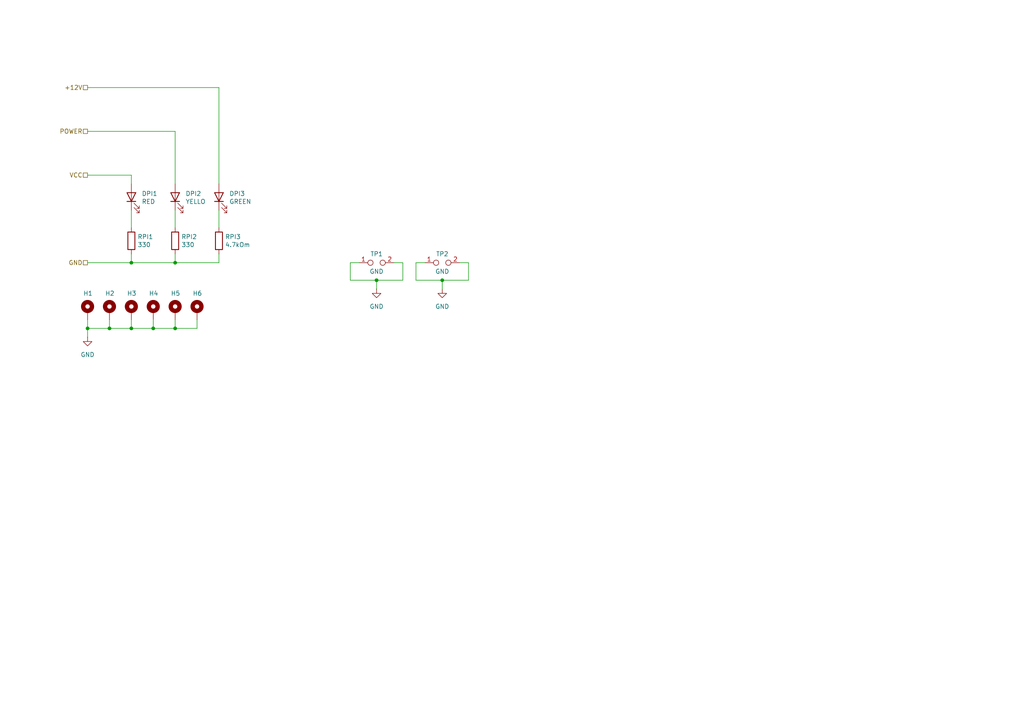
<source format=kicad_sch>
(kicad_sch (version 20231120) (generator "eeschema") (generator_version "8.0")
  (paper "A4")
  (lib_symbols
    (symbol "Connector:TestPoint_2Pole" (pin_names (offset 0.762) hide)
      (property "Reference" "TP" (at 0 1.524 0))
      (property "Value" "TestPoint_2Pole" (at 0 -1.778 0))
      (symbol "TestPoint_2Pole_0_1"
        (circle (center -1.778 0) (radius 0.762))
        (circle (center 1.778 0) (radius 0.762))
        (pin passive line (at -5.08 0 0) (length 2.54) (name "1") (number "1"))
        (pin passive line (at 5.08 0 180) (length 2.54) (name "2") (number "2"))
      )
    )
    (symbol "Device:LED" (pin_numbers hide) (pin_names (offset 1.016) hide)
      (property "Reference" "D" (at 0 2.54 0))
      (property "Value" "LED" (at 0 -2.54 0))
      (symbol "LED_0_1"
        (polyline (pts (xy -1.27 -1.27) (xy -1.27 1.27)) (stroke (width 0.254)))
        (polyline (pts (xy -1.27 0) (xy 1.27 0)))
        (polyline (pts (xy 1.27 -1.27) (xy 1.27 1.27) (xy -1.27 0) (xy 1.27 -1.27)) (stroke (width 0.254)))
        (polyline (pts (xy -3.048 -0.762) (xy -4.572 -2.286) (xy -3.81 -2.286) (xy -4.572 -2.286) (xy -4.572 -1.524)))
        (polyline (pts (xy -1.778 -0.762) (xy -3.302 -2.286) (xy -2.54 -2.286) (xy -3.302 -2.286) (xy -3.302 -1.524)))
      )
      (symbol "LED_1_1"
        (pin passive line (at -3.81 0 0) (length 2.54) (name "K") (number "1"))
        (pin passive line (at 3.81 0 180) (length 2.54) (name "A") (number "2"))
      )
    )
    (symbol "Device:R" (pin_numbers hide) (pin_names (offset 0))
      (property "Reference" "R" (at 2.032 0 90))
      (property "Value" "R" (at 0 0 90))
      (symbol "R_0_1"
        (rectangle (start -1.016 -2.54) (end 1.016 2.54) (stroke (width 0.254)))
      )
      (symbol "R_1_1"
        (pin passive line (at 0 3.81 270) (length 1.27) (name "~") (number "1"))
        (pin passive line (at 0 -3.81 90) (length 1.27) (name "~") (number "2"))
      )
    )
    (symbol "Mechanical:MountingHole_Pad" (pin_numbers hide) (pin_names (offset 1.016) hide) (exclude_from_sim yes) (in_bom no)
      (property "Reference" "H" (at 0 6.35 0))
      (property "Value" "MountingHole_Pad" (at 0 4.445 0))
      (symbol "MountingHole_Pad_0_1"
        (circle (center 0 1.27) (radius 1.27) (stroke (width 1.27)))
      )
      (symbol "MountingHole_Pad_1_1"
        (pin input line (at 0 -2.54 90) (length 2.54) (name "1") (number "1"))
      )
    )
    (symbol "power:GND" (power) (pin_numbers hide) (pin_names (offset 0) hide)
      (property "Value" "GND" (at 0 -3.81 0))
      (symbol "GND_0_1"
        (polyline (pts (xy 0 0) (xy 0 -1.27) (xy 1.27 -1.27) (xy 0 -2.54) (xy -1.27 -1.27) (xy 0 -1.27)))
      )
      (symbol "GND_1_1"
        (pin power_in line (at 0 0 270) (length 0) (name "~") (number "1"))
      )
    )
  )
  (junction (at 50.8 95.25))
  (junction (at 38.1 76.2))
  (junction (at 38.1 95.25))
  (junction (at 50.8 76.2))
  (junction (at 44.45 95.25))
  (junction (at 128.27 81.28))
  (junction (at 25.4 95.25))
  (junction (at 31.75 95.25))
  (junction (at 109.22 81.28))
  (wire (pts (xy 50.8 38.1) (xy 50.8 53.34)))
  (wire (pts (xy 38.1 73.66) (xy 38.1 76.2)))
  (wire (pts (xy 25.4 25.4) (xy 63.5 25.4)))
  (wire (pts (xy 123.19 76.2) (xy 120.65 76.2)))
  (wire (pts (xy 25.4 95.25) (xy 31.75 95.25)))
  (wire (pts (xy 63.5 25.4) (xy 63.5 53.34)))
  (wire (pts (xy 101.6 76.2) (xy 101.6 81.28)))
  (wire (pts (xy 25.4 50.8) (xy 38.1 50.8)))
  (wire (pts (xy 109.22 81.28) (xy 109.22 83.82)))
  (wire (pts (xy 57.15 95.25) (xy 57.15 92.71)))
  (wire (pts (xy 38.1 76.2) (xy 50.8 76.2)))
  (wire (pts (xy 104.14 76.2) (xy 101.6 76.2)))
  (wire (pts (xy 50.8 92.71) (xy 50.8 95.25)))
  (wire (pts (xy 63.5 73.66) (xy 63.5 76.2)))
  (wire (pts (xy 31.75 95.25) (xy 38.1 95.25)))
  (wire (pts (xy 38.1 92.71) (xy 38.1 95.25)))
  (wire (pts (xy 38.1 95.25) (xy 44.45 95.25)))
  (wire (pts (xy 135.89 76.2) (xy 133.35 76.2)))
  (wire (pts (xy 50.8 60.96) (xy 50.8 66.04)))
  (wire (pts (xy 50.8 76.2) (xy 63.5 76.2)))
  (wire (pts (xy 25.4 38.1) (xy 50.8 38.1)))
  (wire (pts (xy 44.45 92.71) (xy 44.45 95.25)))
  (wire (pts (xy 50.8 73.66) (xy 50.8 76.2)))
  (wire (pts (xy 109.22 81.28) (xy 116.84 81.28)))
  (wire (pts (xy 25.4 92.71) (xy 25.4 95.25)))
  (wire (pts (xy 25.4 76.2) (xy 38.1 76.2)))
  (wire (pts (xy 31.75 92.71) (xy 31.75 95.25)))
  (wire (pts (xy 135.89 81.28) (xy 135.89 76.2)))
  (wire (pts (xy 38.1 50.8) (xy 38.1 53.34)))
  (wire (pts (xy 120.65 81.28) (xy 128.27 81.28)))
  (wire (pts (xy 128.27 81.28) (xy 128.27 83.82)))
  (wire (pts (xy 120.65 76.2) (xy 120.65 81.28)))
  (wire (pts (xy 63.5 60.96) (xy 63.5 66.04)))
  (wire (pts (xy 101.6 81.28) (xy 109.22 81.28)))
  (wire (pts (xy 25.4 95.25) (xy 25.4 97.79)))
  (wire (pts (xy 116.84 81.28) (xy 116.84 76.2)))
  (wire (pts (xy 50.8 95.25) (xy 57.15 95.25)))
  (wire (pts (xy 116.84 76.2) (xy 114.3 76.2)))
  (wire (pts (xy 44.45 95.25) (xy 50.8 95.25)))
  (wire (pts (xy 38.1 60.96) (xy 38.1 66.04)))
  (wire (pts (xy 128.27 81.28) (xy 135.89 81.28)))
  (hierarchical_label "POWER" (shape passive) (at 25.4 38.1 180))
  (hierarchical_label "GND" (shape passive) (at 25.4 76.2 180))
  (hierarchical_label "VCC" (shape passive) (at 25.4 50.8 180))
  (hierarchical_label "+12V" (shape passive) (at 25.4 25.4 180))
  (symbol (lib_id "Device:R") (at 38.1 69.85 0) (unit 1)
    (property "Reference" "RPI1" (at 39.878 68.6816 0) (effects (justify left)))
    (property "Value" "330" (at 39.878 70.993 0) (effects (justify left)))
    (property "Footprint" "Resistor_SMD:R_0805_2012Metric_Pad1.20x1.40mm_HandSolder" (effects (hide yes)))
    (property "Description" "Resistor" (effects (hide yes)))
  )
  (symbol (lib_id "Device:R") (at 50.8 69.85 0) (unit 1)
    (property "Reference" "RPI2" (at 52.578 68.6816 0) (effects (justify left)))
    (property "Value" "330" (at 52.578 70.993 0) (effects (justify left)))
    (property "Footprint" "Resistor_SMD:R_0805_2012Metric_Pad1.20x1.40mm_HandSolder" (effects (hide yes)))
    (property "Description" "Resistor" (effects (hide yes)))
  )
  (symbol (lib_id "Device:R") (at 63.5 69.85 0) (unit 1)
    (property "Reference" "RPI3" (at 65.278 68.6816 0) (effects (justify left)))
    (property "Value" "4.7kOm" (at 65.278 70.993 0) (effects (justify left)))
    (property "Footprint" "Resistor_SMD:R_0805_2012Metric_Pad1.20x1.40mm_HandSolder" (effects (hide yes)))
    (property "Description" "Resistor" (effects (hide yes)))
  )
  (symbol (lib_id "Device:LED") (at 38.1 57.15 90) (unit 1)
    (property "Reference" "DPI1" (at 41.0972 56.1594 90) (effects (justify right)))
    (property "Value" "RED" (at 41.0972 58.4708 90) (effects (justify right)))
    (property "Footprint" "LED_SMD:LED_0805_2012Metric_Pad1.15x1.40mm_HandSolder" (effects (hide yes)))
    (property "Description" "Light emitting diode" (effects (hide yes)))
  )
  (symbol (lib_id "Device:LED") (at 50.8 57.15 90) (unit 1)
    (property "Reference" "DPI2" (at 53.7972 56.1594 90) (effects (justify right)))
    (property "Value" "YELLO" (at 53.7972 58.4708 90) (effects (justify right)))
    (property "Footprint" "LED_SMD:LED_0805_2012Metric_Pad1.15x1.40mm_HandSolder" (effects (hide yes)))
    (property "Description" "Light emitting diode" (effects (hide yes)))
  )
  (symbol (lib_id "Device:LED") (at 63.5 57.15 90) (unit 1)
    (property "Reference" "DPI3" (at 66.4972 56.1594 90) (effects (justify right)))
    (property "Value" "GREEN" (at 66.4972 58.4708 90) (effects (justify right)))
    (property "Footprint" "LED_SMD:LED_0805_2012Metric_Pad1.15x1.40mm_HandSolder" (effects (hide yes)))
    (property "Description" "Light emitting diode" (effects (hide yes)))
  )
  (symbol (lib_id "power:GND") (at 25.4 97.79 0) (unit 1)
    (property "Reference" "#PWR080" (effects (hide yes)))
    (property "Value" "GND" (at 25.4 102.87 0))
    (property "Description" "Power symbol creates a global label with name \"GND\" , ground" (effects (hide yes)))
  )
  (symbol (lib_id "Mechanical:MountingHole_Pad") (at 57.15 90.17 0) (unit 1)
    (property "Reference" "H6" (at 55.88 85.09 0) (effects (justify left)))
    (property "Value" "MountingHole_Pad" (effects (hide yes)))
    (property "Footprint" "MountingHole:MountingHole_3.2mm_M3_Pad_Via" (effects (hide yes)))
    (property "Description" "Mounting Hole with connection" (effects (hide yes)))
  )
  (symbol (lib_id "power:GND") (at 109.22 83.82 0) (unit 1)
    (property "Reference" "#PWR0111" (effects (hide yes)))
    (property "Value" "GND" (at 109.22 88.9 0))
    (property "Description" "Power symbol creates a global label with name \"GND\" , ground" (effects (hide yes)))
  )
  (symbol (lib_id "Mechanical:MountingHole_Pad") (at 31.75 90.17 0) (unit 1)
    (property "Reference" "H2" (at 30.48 85.09 0) (effects (justify left)))
    (property "Value" "MountingHole_Pad" (effects (hide yes)))
    (property "Footprint" "MountingHole:MountingHole_3.2mm_M3_Pad_Via" (effects (hide yes)))
    (property "Description" "Mounting Hole with connection" (effects (hide yes)))
  )
  (symbol (lib_id "Mechanical:MountingHole_Pad") (at 25.4 90.17 0) (unit 1)
    (property "Reference" "H1" (at 24.13 85.09 0) (effects (justify left)))
    (property "Value" "MountingHole_Pad" (effects (hide yes)))
    (property "Footprint" "MountingHole:MountingHole_3.2mm_M3_Pad_Via" (effects (hide yes)))
    (property "Description" "Mounting Hole with connection" (effects (hide yes)))
  )
  (symbol (lib_id "Connector:TestPoint_2Pole") (at 109.22 76.2 0) (unit 1)
    (property "Reference" "TP1" (at 109.22 73.66 0))
    (property "Value" "GND" (at 109.22 78.74 0))
    (property "Footprint" "Connector_PinHeader_2.54mm:PinHeader_1x02_P2.54mm_Vertical" (effects (hide yes)))
    (property "Description" "2-polar test point" (effects (hide yes)))
  )
  (symbol (lib_id "Mechanical:MountingHole_Pad") (at 50.8 90.17 0) (unit 1)
    (property "Reference" "H5" (at 49.53 85.09 0) (effects (justify left)))
    (property "Value" "MountingHole_Pad" (effects (hide yes)))
    (property "Footprint" "MountingHole:MountingHole_3.2mm_M3_Pad_Via" (effects (hide yes)))
    (property "Description" "Mounting Hole with connection" (effects (hide yes)))
  )
  (symbol (lib_id "Mechanical:MountingHole_Pad") (at 38.1 90.17 0) (unit 1)
    (property "Reference" "H3" (at 36.83 85.09 0) (effects (justify left)))
    (property "Value" "MountingHole_Pad" (effects (hide yes)))
    (property "Footprint" "MountingHole:MountingHole_3.2mm_M3_Pad_Via" (effects (hide yes)))
    (property "Description" "Mounting Hole with connection" (effects (hide yes)))
  )
  (symbol (lib_id "Mechanical:MountingHole_Pad") (at 44.45 90.17 0) (unit 1)
    (property "Reference" "H4" (at 43.18 85.09 0) (effects (justify left)))
    (property "Value" "MountingHole_Pad" (effects (hide yes)))
    (property "Footprint" "MountingHole:MountingHole_3.2mm_M3_Pad_Via" (effects (hide yes)))
    (property "Description" "Mounting Hole with connection" (effects (hide yes)))
  )
  (symbol (lib_id "power:GND") (at 128.27 83.82 0) (unit 1)
    (property "Reference" "#PWR0110" (effects (hide yes)))
    (property "Value" "GND" (at 128.27 88.9 0))
    (property "Description" "Power symbol creates a global label with name \"GND\" , ground" (effects (hide yes)))
  )
  (symbol (lib_id "Connector:TestPoint_2Pole") (at 128.27 76.2 0) (unit 1)
    (property "Reference" "TP2" (at 128.27 73.66 0))
    (property "Value" "GND" (at 128.27 78.74 0))
    (property "Footprint" "Connector_PinHeader_2.54mm:PinHeader_1x02_P2.54mm_Vertical" (effects (hide yes)))
    (property "Description" "2-polar test point" (effects (hide yes)))
  )
)
</source>
